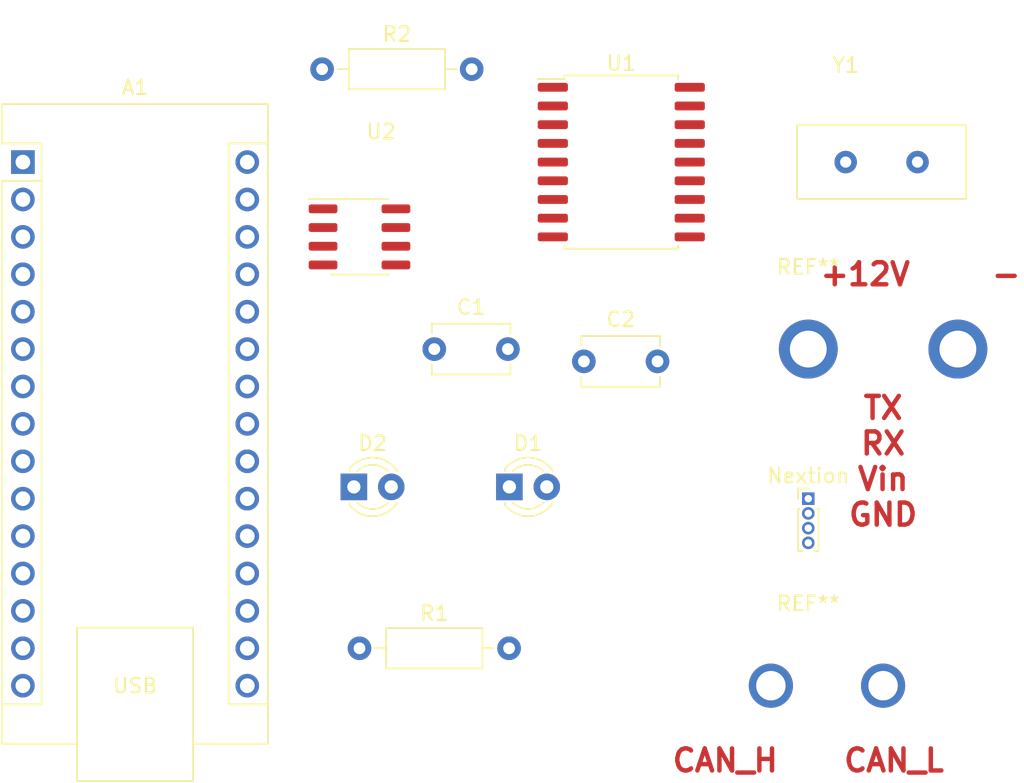
<source format=kicad_pcb>
(kicad_pcb (version 20211014) (generator pcbnew)
  (layers (0 "F.Cu" signal) (31 "B.Cu" signal) (34 "B.Paste" user) (35 "F.Paste" user) (36 "B.SilkS" user "B.Silkscreen") (37 "F.SilkS" user "F.Silkscreen") (38 "B.Mask" user) (39 "F.Mask" user) (44 "Edge.Cuts" user))
  (net 0 "")
  (net 1 "Nex RX")
  (net 2 "Nex TX")
  (net 4 "Vss")
  (net 12 "Net-(A1-Pad12)")
  (net 13 "Net-(A1-Pad13)")
  (net 14 "Net-(A1-Pad14)")
  (net 15 "Net-(A1-Pad15)")
  (net 16 "Net-(A1-Pad16)")
  (net 30 "Vdd")
  (net 31 "Earth")
  (net 32 "Net-(C1-Pad2)")
  (net 33 "Net-(D1-Pad2)")
  (net 34 "Can High")
  (net 35 "Net-(R1-Pad1)")
  (net 36 "Can Low")
  (net 45 "Vin")
  (footprint "Connector:Power Connctor" (layer "F.Cu") (at 76.2 35.56)
    (fp_text reference "REF**" (at 0 -0.5 unlocked) (layer "F.SilkS"))
    (fp_text value "Power Connctor")
    (pad "1" thru_hole circle (at 0 5.08) (size 4 4) (drill 2.5) (layers *.Cu *.Mask) (net 45 "Vin"))
    (pad "2" thru_hole circle (at 10.16 5.08) (size 4 4) (drill 2.5) (layers *.Cu *.Mask) (net 4 "Vss"))
  )
  (footprint "Capacitor_THT:C_Disc_D5.1mm_W3.2mm_P5.00mm" (layer "F.Cu") (at 50.8 40.64)
    (fp_text reference "C1" (at 2.5 -2.85) (layer "F.SilkS"))
    (fp_text value "CAP")
    (fp_line (start -0.17 1.055) (end -0.17 1.721) (layer "F.SilkS") (width 0.12))
    (fp_line (start -0.17 -1.721) (end -0.17 -1.055) (layer "F.SilkS") (width 0.12))
    (fp_line (start 5.17 -1.721) (end 5.17 -1.055) (layer "F.SilkS") (width 0.12))
    (fp_line (start -0.17 -1.721) (end 5.17 -1.721) (layer "F.SilkS") (width 0.12))
    (fp_line (start -0.17 1.721) (end 5.17 1.721) (layer "F.SilkS") (width 0.12))
    (fp_line (start 5.17 1.055) (end 5.17 1.721) (layer "F.SilkS") (width 0.12))
    (pad "1" thru_hole circle (at 0 0) (size 1.6 1.6) (drill 0.8) (layers *.Cu *.Mask) (net 31 "Earth"))
    (pad "2" thru_hole circle (at 5 0) (size 1.6 1.6) (drill 0.8) (layers *.Cu *.Mask) (net 32 "Net-(C1-Pad2)"))
  )
  (footprint "Connector:Can Connector Maybe" (layer "F.Cu") (at 76.2 58.42)
    (fp_text reference "REF**" (at 0 -0.5 unlocked) (layer "F.SilkS"))
    (fp_text value "Can Connector Maybe")
    (pad "1" thru_hole circle (at -2.54 5.08) (size 3 3) (drill 2) (layers *.Cu *.Mask) (net 34 "Can High"))
    (pad "2" thru_hole circle (at 5.08 5.08) (size 3 3) (drill 2) (layers *.Cu *.Mask) (net 36 "Can Low"))
  )
  (footprint "Module:Arduino_Nano" (layer "F.Cu") (at 22.86 27.94)
    (fp_text reference "A1" (at 7.62 -5.08) (layer "F.SilkS"))
    (fp_text value "Arduino_Nano_v3.x")
    (fp_text user "USB" (at 7.62 35.56 unlocked) (layer "F.SilkS"))
    (fp_line (start 11.56 42.04) (end 3.68 42.04) (layer "F.SilkS") (width 0.12))
    (fp_line (start 1.27 -1.27) (end -1.4 -1.27) (layer "F.SilkS") (width 0.12))
    (fp_line (start 16.64 39.5) (end 16.64 -3.94) (layer "F.SilkS") (width 0.12))
    (fp_line (start 1.27 36.83) (end -1.4 36.83) (layer "F.SilkS") (width 0.12))
    (fp_line (start 3.68 42.04) (end 3.68 31.62) (layer "F.SilkS") (width 0.12))
    (fp_line (start 1.27 1.27) (end 1.27 -1.27) (layer "F.SilkS") (width 0.12))
    (fp_line (start 13.97 -1.27) (end 13.97 36.83) (layer "F.SilkS") (width 0.12))
    (fp_line (start 16.64 -3.94) (end -1.4 -3.94) (layer "F.SilkS") (width 0.12))
    (fp_line (start -1.4 39.5) (end 3.68 39.5) (layer "F.SilkS") (width 0.12))
    (fp_line (start 16.64 39.5) (end 11.56 39.5) (layer "F.SilkS") (width 0.12))
    (fp_line (start 1.27 1.27) (end 1.27 36.83) (layer "F.SilkS") (width 0.12))
    (fp_line (start 1.27 1.27) (end -1.4 1.27) (layer "F.SilkS") (width 0.12))
    (fp_line (start 13.97 36.83) (end 16.64 36.83) (layer "F.SilkS") (width 0.12))
    (fp_line (start 3.68 31.62) (end 11.56 31.62) (layer "F.SilkS") (width 0.12))
    (fp_line (start -1.4 1.27) (end -1.4 39.5) (layer "F.SilkS") (width 0.12))
    (fp_line (start 11.56 31.62) (end 11.56 42.04) (layer "F.SilkS") (width 0.12))
    (fp_line (start 13.97 -1.27) (end 16.64 -1.27) (layer "F.SilkS") (width 0.12))
    (fp_line (start -1.4 -3.94) (end -1.4 -1.27) (layer "F.SilkS") (width 0.12))
    (pad "1" thru_hole rect (at 0 0) (size 1.6 1.6) (drill 1) (layers *.Cu *.Mask) (net 2 "Nex TX"))
    (pad "2" thru_hole oval (at 0 2.54) (size 1.6 1.6) (drill 1) (layers *.Cu *.Mask) (net 1 "Nex RX"))
    (pad "3" thru_hole oval (at 0 5.08) (size 1.6 1.6) (drill 1) (layers *.Cu *.Mask))
    (pad "4" thru_hole oval (at 0 7.62) (size 1.6 1.6) (drill 1) (layers *.Cu *.Mask) (net 4 "Vss"))
    (pad "5" thru_hole oval (at 0 10.16) (size 1.6 1.6) (drill 1) (layers *.Cu *.Mask))
    (pad "6" thru_hole oval (at 0 12.7) (size 1.6 1.6) (drill 1) (layers *.Cu *.Mask))
    (pad "7" thru_hole oval (at 0 15.24) (size 1.6 1.6) (drill 1) (layers *.Cu *.Mask))
    (pad "8" thru_hole oval (at 0 17.78) (size 1.6 1.6) (drill 1) (layers *.Cu *.Mask))
    (pad "9" thru_hole oval (at 0 20.32) (size 1.6 1.6) (drill 1) (layers *.Cu *.Mask))
    (pad "10" thru_hole oval (at 0 22.86) (size 1.6 1.6) (drill 1) (layers *.Cu *.Mask))
    (pad "11" thru_hole oval (at 0 25.4) (size 1.6 1.6) (drill 1) (layers *.Cu *.Mask))
    (pad "12" thru_hole oval (at 0 27.94) (size 1.6 1.6) (drill 1) (layers *.Cu *.Mask) (net 12 "Net-(A1-Pad12)"))
    (pad "13" thru_hole oval (at 0 30.48) (size 1.6 1.6) (drill 1) (layers *.Cu *.Mask) (net 13 "Net-(A1-Pad13)"))
    (pad "14" thru_hole oval (at 0 33.02) (size 1.6 1.6) (drill 1) (layers *.Cu *.Mask) (net 14 "Net-(A1-Pad14)"))
    (pad "15" thru_hole oval (at 0 35.56) (size 1.6 1.6) (drill 1) (layers *.Cu *.Mask) (net 15 "Net-(A1-Pad15)"))
    (pad "16" thru_hole oval (at 15.24 35.56) (size 1.6 1.6) (drill 1) (layers *.Cu *.Mask) (net 16 "Net-(A1-Pad16)"))
    (pad "17" thru_hole oval (at 15.24 33.02) (size 1.6 1.6) (drill 1) (layers *.Cu *.Mask))
    (pad "18" thru_hole oval (at 15.24 30.48) (size 1.6 1.6) (drill 1) (layers *.Cu *.Mask))
    (pad "19" thru_hole oval (at 15.24 27.94) (size 1.6 1.6) (drill 1) (layers *.Cu *.Mask))
    (pad "20" thru_hole oval (at 15.24 25.4) (size 1.6 1.6) (drill 1) (layers *.Cu *.Mask))
    (pad "21" thru_hole oval (at 15.24 22.86) (size 1.6 1.6) (drill 1) (layers *.Cu *.Mask))
    (pad "22" thru_hole oval (at 15.24 20.32) (size 1.6 1.6) (drill 1) (layers *.Cu *.Mask))
    (pad "23" thru_hole oval (at 15.24 17.78) (size 1.6 1.6) (drill 1) (layers *.Cu *.Mask))
    (pad "24" thru_hole oval (at 15.24 15.24) (size 1.6 1.6) (drill 1) (layers *.Cu *.Mask))
    (pad "25" thru_hole oval (at 15.24 12.7) (size 1.6 1.6) (drill 1) (layers *.Cu *.Mask))
    (pad "26" thru_hole oval (at 15.24 10.16) (size 1.6 1.6) (drill 1) (layers *.Cu *.Mask))
    (pad "27" thru_hole oval (at 15.24 7.62) (size 1.6 1.6) (drill 1) (layers *.Cu *.Mask))
    (pad "28" thru_hole oval (at 15.24 5.08) (size 1.6 1.6) (drill 1) (layers *.Cu *.Mask))
    (pad "29" thru_hole oval (at 15.24 2.54) (size 1.6 1.6) (drill 1) (layers *.Cu *.Mask))
    (pad "30" thru_hole oval (at 15.24 0) (size 1.6 1.6) (drill 1) (layers *.Cu *.Mask) (net 30 "Vdd"))
  )
  (footprint "LED_THT:LED_D3.0mm" (layer "F.Cu") (at 55.9 50)
    (fp_text reference "D1" (at 1.27 -2.96) (layer "F.SilkS"))
    (fp_text value "INT Activity")
    (fp_line (start -0.29 -1.236) (end -0.29 -1.08) (layer "F.SilkS") (width 0.12))
    (fp_line (start -0.29 1.08) (end -0.29 1.236) (layer "F.SilkS") (width 0.12))
    (fp_arc (start 0.229039 -1.08) (mid 1.270117 -1.5) (end 2.31113 -1.079837) (layer "F.SilkS") (width 0.12))
    (fp_arc (start 2.942335 1.078608) (mid 1.366487 1.987659) (end -0.29 1.235516) (layer "F.SilkS") (width 0.12))
    (fp_arc (start -0.29 -1.235516) (mid 1.366487 -1.987659) (end 2.942335 -1.078608) (layer "F.SilkS") (width 0.12))
    (fp_arc (start 2.31113 1.079837) (mid 1.270117 1.5) (end 0.229039 1.08) (layer "F.SilkS") (width 0.12))
    (pad "1" thru_hole rect (at 0 0) (size 1.8 1.8) (drill 0.9) (layers *.Cu *.Mask) (net 12 "Net-(A1-Pad12)"))
    (pad "2" thru_hole circle (at 2.54 0) (size 1.8 1.8) (drill 0.9) (layers *.Cu *.Mask) (net 33 "Net-(D1-Pad2)"))
  )
  (footprint "Connector_PinHeader_1.00mm:PinHeader_1x04_P1.00mm_Vertical" (layer "F.Cu") (at 76.2 50.8)
    (fp_text reference "Nextion" (at 0 -1.56) (layer "F.SilkS"))
    (fp_text value "PinHeader_1x04_P1.00mm_Vertical")
    (fp_line (start 0.695 0.685) (end 0.695 3.56) (layer "F.SilkS") (width 0.12))
    (fp_line (start -0.695 0.685) (end -0.695 3.56) (layer "F.SilkS") (width 0.12))
    (fp_line (start -0.695 0) (end -0.695 -0.685) (layer "F.SilkS") (width 0.12))
    (fp_line (start -0.695 -0.685) (end 0 -0.685) (layer "F.SilkS") (width 0.12))
    (fp_line (start 0.608276 0.685) (end 0.695 0.685) (layer "F.SilkS") (width 0.12))
    (fp_line (start 0.394493 3.56) (end 0.695 3.56) (layer "F.SilkS") (width 0.12))
    (fp_line (start -0.695 3.56) (end -0.394493 3.56) (layer "F.SilkS") (width 0.12))
    (fp_line (start -0.695 0.685) (end -0.608276 0.685) (layer "F.SilkS") (width 0.12))
    (pad "2" thru_hole oval (at 0 1) (size 0.85 0.85) (drill 0.5) (layers *.Cu *.Mask) (net 1 "Nex RX"))
    (pad "2" thru_hole rect (at 0 0) (size 0.85 0.85) (drill 0.5) (layers *.Cu *.Mask) (net 2 "Nex TX"))
    (pad "3" thru_hole oval (at 0 2) (size 0.85 0.85) (drill 0.5) (layers *.Cu *.Mask) (net 30 "Vdd"))
    (pad "4" thru_hole oval (at 0 3) (size 0.85 0.85) (drill 0.5) (layers *.Cu *.Mask) (net 4 "Vss"))
  )
  (footprint "Oscillator:9B-16M" (layer "F.Cu") (at 78.74 27.94)
    (fp_text reference "Y1" (at 0 -6.58 unlocked) (layer "F.SilkS"))
    (fp_text value "16MHz")
    (fp_rect (start -3.31 -2.5) (end 8.19 2.5) (layer "F.SilkS") (width 0.12) (fill none))
    (pad "1" thru_hole circle (at 0 0) (size 1.524 1.524) (drill 0.762) (layers *.Cu *.Mask) (net 32 "Net-(C1-Pad2)"))
    (pad "2" thru_hole circle (at 4.88 0) (size 1.524 1.524) (drill 0.762) (layers *.Cu *.Mask) (net 32 "Net-(C1-Pad2)"))
  )
  (footprint "Package_SO:SOIC-8_3.9x4.9mm_P1.27mm" (layer "F.Cu") (at 45.72 33.02)
    (fp_text reference "U2" (at 1.47 -7.15) (layer "F.SilkS"))
    (fp_text value "LM78L05_SO8")
    (fp_line (start 0 2.56) (end 1.95 2.56) (layer "F.SilkS") (width 0.12))
    (fp_line (start 0 -2.56) (end 1.95 -2.56) (layer "F.SilkS") (width 0.12))
    (fp_line (start 0 -2.56) (end -3.45 -2.56) (layer "F.SilkS") (width 0.12))
    (fp_line (start 0 2.56) (end -1.95 2.56) (layer "F.SilkS") (width 0.12))
    (pad "1" smd roundrect (at -2.475 -1.905) (size 1.95 0.6) (layers "F.Cu" "F.Paste" "F.Mask") (net 30 "Vdd"))
    (pad "2" smd roundrect (at -2.475 -0.635) (size 1.95 0.6) (layers "F.Cu" "F.Paste" "F.Mask") (net 4 "Vss"))
    (pad "3" smd roundrect (at -2.475 0.635) (size 1.95 0.6) (layers "F.Cu" "F.Paste" "F.Mask") (net 4 "Vss"))
    (pad "4" smd roundrect (at -2.475 1.905) (size 1.95 0.6) (layers "F.Cu" "F.Paste" "F.Mask"))
    (pad "5" smd roundrect (at 2.475 1.905) (size 1.95 0.6) (layers "F.Cu" "F.Paste" "F.Mask"))
    (pad "6" smd roundrect (at 2.475 0.635) (size 1.95 0.6) (layers "F.Cu" "F.Paste" "F.Mask") (net 4 "Vss"))
    (pad "7" smd roundrect (at 2.475 -0.635) (size 1.95 0.6) (layers "F.Cu" "F.Paste" "F.Mask") (net 4 "Vss"))
    (pad "8" smd roundrect (at 2.475 -1.905) (size 1.95 0.6) (layers "F.Cu" "F.Paste" "F.Mask") (net 45 "Vin"))
  )
  (footprint "Package_SO:SOIC-18W_7.5x11.6mm_P1.27mm" (layer "F.Cu") (at 63.5 27.94)
    (fp_text reference "U1" (at 0 -6.72) (layer "F.SilkS"))
    (fp_text value "MCP2515-xSO")
    (fp_line (start 0 -5.885) (end -3.86 -5.885) (layer "F.SilkS") (width 0.12))
    (fp_line (start 0 -5.885) (end 3.86 -5.885) (layer "F.SilkS") (width 0.12))
    (fp_line (start 3.86 5.885) (end 3.86 5.64) (layer "F.SilkS") (width 0.12))
    (fp_line (start 0 5.885) (end -3.86 5.885) (layer "F.SilkS") (width 0.12))
    (fp_line (start -3.86 5.885) (end -3.86 5.64) (layer "F.SilkS") (width 0.12))
    (fp_line (start 3.86 -5.885) (end 3.86 -5.64) (layer "F.SilkS") (width 0.12))
    (fp_line (start 0 5.885) (end 3.86 5.885) (layer "F.SilkS") (width 0.12))
    (fp_line (start -3.86 -5.64) (end -5.675 -5.64) (layer "F.SilkS") (width 0.12))
    (fp_line (start -3.86 -5.885) (end -3.86 -5.64) (layer "F.SilkS") (width 0.12))
    (pad "1" smd roundrect (at -4.65 -5.08) (size 2.05 0.6) (layers "F.Cu" "F.Paste" "F.Mask") (net 36 "Can Low"))
    (pad "2" smd roundrect (at -4.65 -3.81) (size 2.05 0.6) (layers "F.Cu" "F.Paste" "F.Mask") (net 34 "Can High"))
    (pad "3" smd roundrect (at -4.65 -2.54) (size 2.05 0.6) (layers "F.Cu" "F.Paste" "F.Mask"))
    (pad "4" smd roundrect (at -4.65 -1.27) (size 2.05 0.6) (layers "F.Cu" "F.Paste" "F.Mask"))
    (pad "5" smd roundrect (at -4.65 0) (size 2.05 0.6) (layers "F.Cu" "F.Paste" "F.Mask"))
    (pad "6" smd roundrect (at -4.65 1.27) (size 2.05 0.6) (layers "F.Cu" "F.Paste" "F.Mask"))
    (pad "7" smd roundrect (at -4.65 2.54) (size 2.05 0.6) (layers "F.Cu" "F.Paste" "F.Mask") (net 32 "Net-(C1-Pad2)"))
    (pad "8" smd roundrect (at -4.65 3.81) (size 2.05 0.6) (layers "F.Cu" "F.Paste" "F.Mask") (net 32 "Net-(C1-Pad2)"))
    (pad "9" smd roundrect (at -4.65 5.08) (size 2.05 0.6) (layers "F.Cu" "F.Paste" "F.Mask") (net 4 "Vss"))
    (pad "10" smd roundrect (at 4.65 5.08) (size 2.05 0.6) (layers "F.Cu" "F.Paste" "F.Mask"))
    (pad "11" smd roundrect (at 4.65 3.81) (size 2.05 0.6) (layers "F.Cu" "F.Paste" "F.Mask"))
    (pad "12" smd roundrect (at 4.65 2.54) (size 2.05 0.6) (layers "F.Cu" "F.Paste" "F.Mask") (net 12 "Net-(A1-Pad12)"))
    (pad "13" smd roundrect (at 4.65 1.27) (size 2.05 0.6) (layers "F.Cu" "F.Paste" "F.Mask") (net 13 "Net-(A1-Pad13)"))
    (pad "14" smd roundrect (at 4.65 0) (size 2.05 0.6) (layers "F.Cu" "F.Paste" "F.Mask") (net 16 "Net-(A1-Pad16)"))
    (pad "15" smd roundrect (at 4.65 -1.27) (size 2.05 0.6) (layers "F.Cu" "F.Paste" "F.Mask") (net 15 "Net-(A1-Pad15)"))
    (pad "16" smd roundrect (at 4.65 -2.54) (size 2.05 0.6) (layers "F.Cu" "F.Paste" "F.Mask") (net 14 "Net-(A1-Pad14)"))
    (pad "17" smd roundrect (at 4.65 -3.81) (size 2.05 0.6) (layers "F.Cu" "F.Paste" "F.Mask") (net 35 "Net-(R1-Pad1)"))
    (pad "18" smd roundrect (at 4.65 -5.08) (size 2.05 0.6) (layers "F.Cu" "F.Paste" "F.Mask") (net 30 "Vdd"))
  )
  (footprint "Capacitor_THT:C_Disc_D5.1mm_W3.2mm_P5.00mm" (layer "F.Cu") (at 60.96 41.475)
    (fp_text reference "C2" (at 2.5 -2.85) (layer "F.SilkS"))
    (fp_text value "CAP")
    (fp_line (start -0.17 1.721) (end 5.17 1.721) (layer "F.SilkS") (width 0.12))
    (fp_line (start 5.17 1.055) (end 5.17 1.721) (layer "F.SilkS") (width 0.12))
    (fp_line (start -0.17 1.055) (end -0.17 1.721) (layer "F.SilkS") (width 0.12))
    (fp_line (start -0.17 -1.721) (end 5.17 -1.721) (layer "F.SilkS") (width 0.12))
    (fp_line (start 5.17 -1.721) (end 5.17 -1.055) (layer "F.SilkS") (width 0.12))
    (fp_line (start -0.17 -1.721) (end -0.17 -1.055) (layer "F.SilkS") (width 0.12))
    (pad "1" thru_hole circle (at 0 0) (size 1.6 1.6) (drill 0.8) (layers *.Cu *.Mask) (net 31 "Earth"))
    (pad "2" thru_hole circle (at 5 0) (size 1.6 1.6) (drill 0.8) (layers *.Cu *.Mask) (net 32 "Net-(C1-Pad2)"))
  )
  (footprint "Resistor_THT:R_Axial_DIN0207_L6.3mm_D2.5mm_P10.16mm_Horizontal" (layer "F.Cu") (at 43.18 21.63)
    (fp_text reference "R2" (at 5.08 -2.37) (layer "F.SilkS"))
    (fp_text value "220")
    (fp_line (start 1.04 0) (end 1.81 0) (layer "F.SilkS") (width 0.12))
    (fp_line (start 9.12 0) (end 8.35 0) (layer "F.SilkS") (width 0.12))
    (fp_line (start 1.81 -1.37) (end 1.81 1.37) (layer "F.SilkS") (width 0.12))
    (fp_line (start 1.81 1.37) (end 8.35 1.37) (layer "F.SilkS") (width 0.12))
    (fp_line (start 8.35 1.37) (end 8.35 -1.37) (layer "F.SilkS") (width 0.12))
    (fp_line (start 8.35 -1.37) (end 1.81 -1.37) (layer "F.SilkS") (width 0.12))
    (pad "1" thru_hole circle (at 0 0) (size 1.6 1.6) (drill 0.8) (layers *.Cu *.Mask) (net 33 "Net-(D1-Pad2)"))
    (pad "2" thru_hole oval (at 10.16 0) (size 1.6 1.6) (drill 0.8) (layers *.Cu *.Mask) (net 30 "Vdd"))
  )
  (footprint "Resistor_THT:R_Axial_DIN0207_L6.3mm_D2.5mm_P10.16mm_Horizontal" (layer "F.Cu") (at 45.72 60.96)
    (fp_text reference "R1" (at 5.08 -2.37) (layer "F.SilkS"))
    (fp_text value "10k")
    (fp_line (start 1.81 1.37) (end 8.35 1.37) (layer "F.SilkS") (width 0.12))
    (fp_line (start 8.35 1.37) (end 8.35 -1.37) (layer "F.SilkS") (width 0.12))
    (fp_line (start 1.81 -1.37) (end 1.81 1.37) (layer "F.SilkS") (width 0.12))
    (fp_line (start 9.12 0) (end 8.35 0) (layer "F.SilkS") (width 0.12))
    (fp_line (start 1.04 0) (end 1.81 0) (layer "F.SilkS") (width 0.12))
    (fp_line (start 8.35 -1.37) (end 1.81 -1.37) (layer "F.SilkS") (width 0.12))
    (pad "1" thru_hole circle (at 0 0) (size 1.6 1.6) (drill 0.8) (layers *.Cu *.Mask) (net 35 "Net-(R1-Pad1)"))
    (pad "2" thru_hole oval (at 10.16 0) (size 1.6 1.6) (drill 0.8) (layers *.Cu *.Mask) (net 30 "Vdd"))
  )
  (footprint "LED_THT:LED_D3.0mm" (layer "F.Cu") (at 45.337881 50)
    (fp_text reference "D2" (at 1.27 -2.96) (layer "F.SilkS"))
    (fp_text value "CAN Activity")
    (fp_line (start -0.29 1.08) (end -0.29 1.236) (layer "F.SilkS") (width 0.12))
    (fp_line (start -0.29 -1.236) (end -0.29 -1.08) (layer "F.SilkS") (width 0.12))
    (fp_arc (start 0.229039 -1.08) (mid 1.270117 -1.5) (end 2.31113 -1.079837) (layer "F.SilkS") (width 0.12))
    (fp_arc (start 2.31113 1.079837) (mid 1.270117 1.5) (end 0.229039 1.08) (layer "F.SilkS") (width 0.12))
    (fp_arc (start 2.942335 1.078608) (mid 1.366487 1.987659) (end -0.29 1.235516) (layer "F.SilkS") (width 0.12))
    (fp_arc (start -0.29 -1.235516) (mid 1.366487 -1.987659) (end 2.942335 -1.078608) (layer "F.SilkS") (width 0.12))
    (pad "1" thru_hole rect (at 0 0) (size 1.8 1.8) (drill 0.9) (layers *.Cu *.Mask) (net 34 "Can High"))
    (pad "2" thru_hole circle (at 2.54 0) (size 1.8 1.8) (drill 0.9) (layers *.Cu *.Mask) (net 30 "Vdd"))
  )
  (gr_text "TX\nRX\nVin\nGND" (at 81.28 48.26) (layer "F.Cu") (effects (font (size 1.5 1.5) (thickness 0.3))))
  (gr_text "+12V	-" (at 83.82 35.56) (layer "F.Cu") (effects (font (size 1.5 1.5) (thickness 0.3))))
  (gr_text "CAN_H	CAN_L\n" (at 76.2 68.58) (layer "F.Cu") (effects (font (size 1.5 1.5) (thickness 0.3))))
)
</source>
